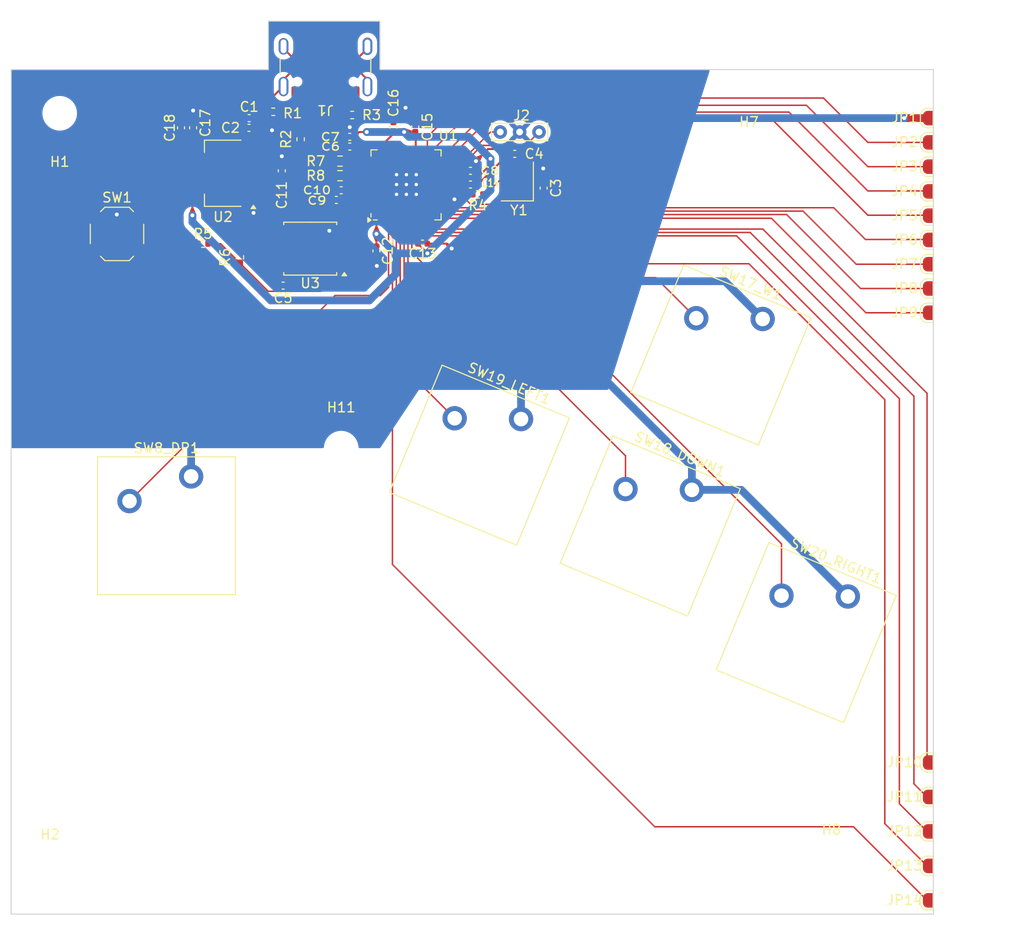
<source format=kicad_pcb>
(kicad_pcb (version 20240108) (generator "pcbnew") (generator_version "8.0")
  (layers (0 "F.Cu" signal) (31 "B.Cu" signal) (34 "B.Paste" user) (35 "F.Paste" user) (36 "B.SilkS" user "B.Silkscreen") (37 "F.SilkS" user "F.Silkscreen") (38 "B.Mask" user) (39 "F.Mask" user) (44 "Edge.Cuts" user))
  (net 0 "")
  (net 1 "VBUS")
  (net 2 "GND")
  (net 3 "+3.3V")
  (net 4 "Net-(C4-Pad2)")
  (net 5 "Net-(J1-SHIELD)")
  (net 6 "Net-(J1-CC2)")
  (net 7 "Net-(J1-CC1)")
  (net 14 "+1V1")
  (net 15 "Net-(R5-Pad1)")
  (net 16 "Net-(U1-USB_DM)")
  (net 17 "Net-(U1-USB_DP)")
  (net 18 "/Main/XIN")
  (net 19 "/Main/XOUT")
  (net 20 "/Main/QSPI_SS")
  (net 21 "/Main/D-")
  (net 22 "/Main/D+")
  (net 23 "/Main/SWCLK")
  (net 24 "/Main/SWDIO")
  (net 25 "/Main/QSPI_SD3")
  (net 26 "/Main/QSPI_SCLK")
  (net 27 "/Main/QSPI_SD0")
  (net 28 "/Main/QSPI_SD2")
  (net 29 "/Main/QSPI_SD1")
  (net 38 "/Main/S2")
  (net 39 "/Main/S1")
  (net 40 "/Main/A1")
  (net 41 "/Main/A2")
  (net 42 "/Main/L1")
  (net 43 "/Main/R1")
  (net 44 "/Main/B4")
  (net 45 "/Main/L3")
  (net 46 "/Main/B3")
  (net 47 "/Main/R2")
  (net 48 "/Main/B2")
  (net 49 "/Main/B1")
  (net 50 "/Main/SPACE")
  (net 51 "DOWN")
  (net 52 "RIGHT")
  (net 53 "LEFT")
  (net 54 "L2")
  (net 55 "W")
  (footprint "Fightstick_Library:EdgeSolderJumper-2_Left_Half" (layer "F.Cu") (at 196.07 99.93)
    (property "Reference" "JP11")
    (property "Value" "SolderJumper_2_Bridged")
  )
  (footprint "" (layer "F.Cu") (at 140.7 36.84)
    (property "Reference" "")
    (property "Value" "")
  )
  (footprint "MountingHole:MountingHole_3.2mm_M3" (layer "F.Cu") (at 177 34.6)
    (property "Reference" "H7")
    (property "Value" "MountingHole")
  )
  (footprint "Capacitor_SMD:C_0402_1005Metric" (layer "F.Cu") (at 155.852 37.208 -90)
    (property "Reference" "C3")
    (property "Value" "15p")
  )
  (footprint "Fightstick_Library:EdgeSolderJumper-2_Left_Half" (layer "F.Cu") (at 196.07 110.58)
    (property "Reference" "JP14")
    (property "Value" "SolderJumper_2_Bridged")
  )
  (footprint "Crystal:Crystal_SMD_3225-4Pin_3.2x2.5mm" (layer "F.Cu") (at 153.146 36.53 90)
    (property "Reference" "Y1")
    (property "Value" "12 mhz crystal")
  )
  (footprint "Button_Switch_SMD:SW_SPST_TL3342" (layer "F.Cu") (at 111.905 41.93)
    (property "Reference" "SW1")
    (property "Value" "Memory Reset")
  )
  (footprint "Capacitor_SMD:C_0402_1005Metric" (layer "F.Cu") (at 138.63 43.68 -90)
    (property "Reference" "C12")
    (property "Value" "100n")
  )
  (footprint "Resistor_SMD:R_0402_1005Metric" (layer "F.Cu") (at 130.822 32.178 -90)
    (property "Reference" "R2")
    (property "Value" "5.1K")
  )
  (footprint "" (layer "F.Cu") (at 141.716 37.856)
    (property "Reference" "")
    (property "Value" "")
  )
  (footprint "Capacitor_SMD:C_0402_1005Metric" (layer "F.Cu") (at 125.5 31)
    (property "Reference" "C2")
    (property "Value" "4.7u")
  )
  (footprint "Capacitor_SMD:C_0402_1005Metric" (layer "F.Cu") (at 148.32 35.43)
    (property "Reference" "C8")
    (property "Value" "100n")
  )
  (footprint "Fightstick_Library:EdgeSolderJumper-2_Left_Half" (layer "F.Cu") (at 196.07 32.5)
    (property "Reference" "JP2")
    (property "Value" "SolderJumper_2_Bridged")
  )
  (footprint "" (layer "F.Cu") (at 140.7 35.824)
    (property "Reference" "")
    (property "Value" "")
  )
  (footprint "Package_SO:SOIC-8_5.23x5.23mm_P1.27mm" (layer "F.Cu") (at 131.81 43.444 180)
    (property "Reference" "U3")
    (property "Value" "W25Q128JVSIQ")
  )
  (footprint "" (layer "F.Cu") (at 142.732 36.84)
    (property "Reference" "")
    (property "Value" "")
  )
  (footprint "Fightstick_Library:EdgeSolderJumper-2_Left_Half" (layer "F.Cu") (at 196.07 103.48)
    (property "Reference" "JP12")
    (property "Value" "SolderJumper_2_Bridged")
  )
  (footprint "PCM_kikit:Board" (layer "F.Cu") (at 114 25)
    (property "Reference" "B1")
    (property "Value" "Board")
  )
  (footprint "Capacitor_SMD:C_0402_1005Metric" (layer "F.Cu") (at 134.99875 37.43 180)
    (property "Reference" "C10")
    (property "Value" "100n")
  )
  (footprint "Capacitor_SMD:C_0402_1005Metric" (layer "F.Cu") (at 128.88 35.43 90)
    (property "Reference" "C11")
    (property "Value" "100n")
  )
  (footprint "Fightstick_Library:EdgeSolderJumper-2_Left_Half" (layer "F.Cu") (at 196.07 35)
    (property "Reference" "JP3")
    (property "Value" "SolderJumper_2_Bridged")
  )
  (footprint "PCM_Switch_Keyboard_Cherry_MX:SW_Cherry_MX_PCB" (layer "F.Cu") (at 117 71.991696)
    (property "Reference" "SW8_DP1")
    (property "Value" "SW_Push")
  )
  (footprint "MountingHole:MountingHole_3.2mm_M3" (layer "F.Cu") (at 185.5 107.5)
    (property "Reference" "H8")
    (property "Value" "MountingHole")
  )
  (footprint "" (layer "F.Cu") (at 142.732 35.824)
    (property "Reference" "")
    (property "Value" "")
  )
  (footprint "Capacitor_SMD:C_0402_1005Metric" (layer "F.Cu") (at 135.88 31.93 180)
    (property "Reference" "C7")
    (property "Value" "1u")
  )
  (footprint "PCM_Switch_Keyboard_Cherry_MX:SW_Cherry_MX_PCB_1.00u" (layer "F.Cu") (at 182.903943 83 -22.5)
    (property "Reference" "SW20_RIGHT1")
    (property "Value" "SW_Push")
  )
  (footprint "Resistor_SMD:R_0402_1005Metric" (layer "F.Cu") (at 120.761 42.936)
    (property "Reference" "R5")
    (property "Value" "1K")
  )
  (footprint "Capacitor_SMD:C_0402_1005Metric" (layer "F.Cu") (at 148.32 36.84)
    (property "Reference" "C14")
    (property "Value" "100n")
  )
  (footprint "Fightstick_Library:EdgeSolderJumper-2_Left_Half" (layer "F.Cu") (at 196.07 47.55)
    (property "Reference" "JP8")
    (property "Value" "SolderJumper_2_Bridged")
  )
  (footprint "Resistor_SMD:R_0402_1005Metric" (layer "F.Cu") (at 128 29.347)
    (property "Reference" "R1")
    (property "Value" "1M")
  )
  (footprint "PCM_Switch_Keyboard_Cherry_MX:SW_Cherry_MX_PCB_1.00u" (layer "F.Cu") (at 149.234867 64.724243 -22.5)
    (property "Reference" "SW19_LEFT1")
    (property "Value" "SW_Push")
  )
  (footprint "Fightstick_Library:USB_C_Receptacle_U262-161N-4BVC11" (layer "F.Cu") (at 133.38 23.68 180)
    (property "Reference" "J1")
    (property "Value" "USB_C_Receptacle_USB2.0_14P")
  )
  (footprint "MountingHole:MountingHole_3.2mm_M3" (layer "F.Cu") (at 135 64)
    (property "Reference" "H11")
    (property "Value" "MountingHole")
  )
  (footprint "" (layer "F.Cu") (at 142.732 37.856)
    (property "Reference" "")
    (property "Value" "")
  )
  (footprint "MountingHole:MountingHole_3.2mm_M3" (layer "F.Cu") (at 105 108)
    (property "Reference" "H2")
    (property "Value" "MountingHole")
  )
  (footprint "" (layer "F.Cu") (at 141.716 35.824)
    (property "Reference" "")
    (property "Value" "")
  )
  (footprint "" (layer "F.Cu") (at 141.716 36.84)
    (property "Reference" "")
    (property "Value" "")
  )
  (footprint "Resistor_SMD:R_0402_1005Metric" (layer "F.Cu") (at 149.08 37.856 180)
    (property "Reference" "R4")
    (property "Value" "1K")
  )
  (footprint "Resistor_SMD:R_0603_1608Metric" (layer "F.Cu") (at 134.88 34.43)
    (property "Reference" "R7")
    (property "Value" "27")
  )
  (footprint "Fightstick_Library:EdgeSolderJumper-2_Left_Half" (layer "F.Cu") (at 196.07 96.38)
    (property "Reference" "JP10")
    (property "Value" "SolderJumper_2_Bridged")
  )
  (footprint "PCM_Switch_Keyboard_Cherry_MX:SW_Cherry_MX_PCB_1.00u" (layer "F.Cu") (at 166.834772 72.014362 -22.5)
    (property "Reference" "SW18_DOWN1")
    (property "Value" "SW_Push")
  )
  (footprint "Resistor_SMD:R_0402_1005Metric_Pad0.72x0.64mm_HandSolder" (layer "F.Cu") (at 124.571 44.333 -90)
    (property "Reference" "R6")
    (property "Value" "DNF")
  )
  (footprint "Fightstick_Library:EdgeSolderJumper-2_Left_Half" (layer "F.Cu") (at 196.07 37.55)
    (property "Reference" "JP4")
    (property "Value" "SolderJumper_2_Bridged")
  )
  (footprint "Resistor_SMD:R_0603_1608Metric" (layer "F.Cu") (at 134.88 35.93)
    (property "Reference" "R8")
    (property "Value" "27")
  )
  (footprint "Capacitor_SMD:C_0402_1005Metric" (layer "F.Cu") (at 135.88 32.93 180)
    (property "Reference" "C6")
    (property "Value" "1u")
  )
  (footprint "Package_DFN_QFN:QFN-56-1EP_7x7mm_P0.4mm_EP3.2x3.2mm" (layer "F.Cu") (at 141.678 36.878 90)
    (property "Reference" "U1")
    (property "Value" "RP2040")
  )
  (footprint "Capacitor_SMD:C_0402_1005Metric" (layer "F.Cu") (at 118.5 31 90)
    (property "Reference" "C18")
    (property "Value" "4.7u")
  )
  (footprint "Package_TO_SOT_SMD:SOT-223-3_TabPin2" (layer "F.Cu") (at 122.822 35.678 180)
    (property "Reference" "U2")
    (property "Value" "AMS1117-3.3_SOT223")
  )
  (footprint "Fightstick_Library:EdgeSolderJumper-2_Left_Half" (layer "F.Cu") (at 196.07 42.55)
    (property "Reference" "JP6")
    (property "Value" "SolderJumper_2_Bridged")
  )
  (footprint "Fightstick_Library:Debug_Points" (layer "F.Cu") (at 154.68 31.43 180)
    (property "Reference" "J2")
    (property "Value" "Conn_01x03_Socket")
  )
  (footprint "Capacitor_SMD:C_0402_1005Metric" (layer "F.Cu") (at 125.52 30)
    (property "Reference" "C1")
    (property "Value" "4.7u")
  )
  (footprint "Fightstick_Library:EdgeSolderJumper-2_Left_Half" (layer "F.Cu") (at 196.07 30)
    (property "Reference" "JP1")
    (property "Value" "SolderJumper_2_Bridged")
  )
  (footprint "Capacitor_SMD:C_0402_1005Metric" (layer "F.Cu") (at 134.49875 38.43 180)
    (property "Reference" "C9")
    (property "Value" "100n")
  )
  (footprint "PCM_Switch_Keyboard_Cherry_MX:SW_Cherry_MX_PCB_1.00u" (layer "F.Cu") (at 174.124891 54.414457 -22.5)
    (property "Reference" "SW17_W1")
    (property "Value" "SW_Push")
  )
  (footprint "Capacitor_SMD:C_0402_1005Metric" (layer "F.Cu") (at 129.016 47.254)
    (property "Reference" "C5")
    (property "Value" "100n")
  )
  (footprint "Capacitor_SMD:C_0402_1005Metric" (layer "F.Cu") (at 152.88 33.68 180)
    (property "Reference" "C4")
    (property "Value" "15p")
  )
  (footprint "" (layer "F.Cu") (at 140.7 37.856)
    (property "Reference" "")
    (property "Value" "")
  )
  (footprint "Fightstick_Library:EdgeSolderJumper-2_Left_Half" (layer "F.Cu") (at 196.07 50.05)
    (property "Reference" "JP9")
    (property "Value" "SolderJumper_2_Bridged")
  )
  (footprint "Capacitor_SMD:C_0402_1005Metric" (layer "F.Cu") (at 140.38 30.93 90)
    (property "Reference" "C16")
    (property "Value" "100n")
  )
  (footprint "Fightstick_Library:EdgeSolderJumper-2_Left_Half" (layer "F.Cu") (at 196.07 40.05)
    (property "Reference" "JP5")
    (property "Value" "SolderJumper_2_Bridged")
  )
  (footprint "Capacitor_SMD:C_0402_1005Metric" (layer "F.Cu") (at 142.63 30.91 90)
    (property "Reference" "C15")
    (property "Value" "100n")
  )
  (footprint "Fightstick_Library:EdgeSolderJumper-2_Left_Half" (layer "F.Cu") (at 196.07 45.05)
    (property "Reference" "JP7")
    (property "Value" "SolderJumper_2_Bridged")
  )
  (footprint "Fightstick_Library:EdgeSolderJumper-2_Left_Half" (layer "F.Cu") (at 196.07 107.03)
    (property "Reference" "JP13")
    (property "Value" "SolderJumper_2_Bridged")
  )
  (footprint "Resistor_SMD:R_0402_1005Metric" (layer "F.Cu") (at 136.13 29.68)
    (property "Reference" "R3")
    (property "Value" "5.1K")
  )
  (footprint "Capacitor_SMD:C_0402_1005Metric" (layer "F.Cu") (at 143.38 42.93)
    (property "Reference" "C13")
    (property "Value" "100n")
  )
  (footprint "MountingHole:MountingHole_3.2mm_M3" (layer "F.Cu") (at 106 29.5)
    (property "Reference" "H1")
    (property "Value" "MountingHole")
  )
  (footprint "Capacitor_SMD:C_0402_1005Metric" (layer "F.Cu") (at 119.745 30.998 90)
    (property "Reference" "C17")
    (property "Value" "4.7u")
  )
  (gr_line (start 127.5 20) (end 139 20) (stroke (width 0.1)) (layer "Edge.Cuts"))
  (gr_line (start 127.5 25) (end 127.5 20) (stroke (width 0.1)) (layer "Edge.Cuts"))
  (gr_line (start 101 25) (end 127.5 25) (stroke (width 0.1)) (layer "Edge.Cuts"))
  (gr_line (start 196 25) (end 196 112) (stroke (width 0.1)) (layer "Edge.Cuts"))
  (gr_line (start 139 25) (end 196 25) (stroke (width 0.1)) (layer "Edge.Cuts"))
  (gr_line (start 196 112) (end 101 112) (stroke (width 0.1)) (layer "Edge.Cuts"))
  (gr_line (start 139 20) (end 139 25) (stroke (width 0.1)) (layer "Edge.Cuts"))
  (gr_line (start 101 112) (end 101 25) (stroke (width 0.1)) (layer "Edge.Cuts"))
  (segment (start 125.04 30) (end 125.04 30.98) (width 0.2) (layer "F.Cu") (net 1))
  (segment (start 130.98 26.86259) (end 130.98 27.315) (width 0.2) (layer "F.Cu") (net 1))
  (segment (start 134.564999 25.53) (end 132.31259 25.53) (width 0.2) (layer "F.Cu") (net 1))
  (segment (start 125.02 31) (end 125.02 32.426) (width 0.2) (layer "F.Cu") (net 1))
  (segment (start 126.302 33.048) (end 125.972 33.378) (width 0.2) (layer "F.Cu") (net 1))
  (segment (start 127.172 33.378) (end 130.98 29.57) (width 0.2) (layer "F.Cu") (net 1))
  (segment (start 125.972 33.378) (end 127.172 33.378) (width 0.2) (layer "F.Cu") (net 1))
  (segment (start 135.78 27.315) (end 135.78 26.745001) (width 0.2) (layer "F.Cu") (net 1))
  (segment (start 130.98 29.57) (end 130.98 27.4) (width 0.2) (layer "F.Cu") (net 1))
  (segment (start 135.78 26.745001) (end 134.564999 25.53) (width 0.2) (layer "F.Cu") (net 1))
  (segment (start 125.04 30.98) (end 125.02 31) (width 0.2) (layer "F.Cu") (net 1))
  (segment (start 125.02 32.426) (end 125.972 33.378) (width 0.2) (layer "F.Cu") (net 1))
  (segment (start 132.31259 25.53) (end 130.98 26.86259) (width 0.2) (layer "F.Cu") (net 1))
  (segment (start 128.51 30.615) (end 127.873 31.252) (width 0.2) (layer "F.Cu") (net 2))
  (segment (start 142.63 29.93) (end 141.63 28.93) (width 0.2) (layer "F.Cu") (net 2))
  (segment (start 125.98 31) (end 127.621 31) (width 0.2) (layer "F.Cu") (net 2))
  (segment (start 127.873 31.252) (end 130.18 28.945) (width 0.2) (layer "F.Cu") (net 2))
  (segment (start 143.86 42.93) (end 145.88 42.93) (width 0.2) (layer "F.Cu") (net 2))
  (segment (start 152.296 37.53) (end 153.996 35.83) (width 0.2) (layer "F.Cu") (net 2))
  (segment (start 132.38 37.93) (end 126.02 37.93) (width 0.2) (layer "F.Cu") (net 2))
  (segment (start 133.842 41.539) (end 135.41 41.539) (width 0.2) (layer "F.Cu") (net 2))
  (segment (start 135.4 31.93) (end 135.4 31.41) (width 0.2) (layer "F.Cu") (net 2))
  (segment (start 145.1155 37.878) (end 146.183 37.878) (width 0.2) (layer "F.Cu") (net 2))
  (segment (start 132.88 37.43) (end 132.38 37.93) (width 0.2) (layer "F.Cu") (net 2))
  (segment (start 132.88 38.43) (end 132.38 37.93) (width 0.2) (layer "F.Cu") (net 2))
  (segment (start 130.122 32.688) (end 130.822 32.688) (width 0.2) (layer "F.Cu") (net 2))
  (segment (start 119.905 30.678) (end 119.745 30.518) (width 0.2) (layer "F.Cu") (net 2))
  (segment (start 153.996 35.83) (end 153.996 35.43) (width 0.2) (layer "F.Cu") (net 2))
  (segment (start 133.7785 41.6025) (end 133.842 41.539) (width 0.2) (layer "F.Cu") (net 2))
  (segment (start 141.716 36.84) (end 141.64 36.84) (width 0.8) (layer "F.Cu") (net 2))
  (segment (start 136.64 30.17) (end 135.88 30.93) (width 0.2) (layer "F.Cu") (net 2))
  (segment (start 151.38 34.539999) (end 151.38 33.560025) (width 0.2) (layer "F.Cu") (net 2))
  (segment (start 128.88 33.93) (end 128.88 34.95) (width 0.2) (layer "F.Cu") (net 2))
  (segment (start 129.496 45.885) (end 129.496 47.254) (width 0.2) (layer "F.Cu") (net 2))
  (segment (start 151.007975 33.188) (end 150.122 33.188) (width 0.2) (layer "F.Cu") (net 2))
  (segment (start 133.7785 41.6025) (end 129.496 45.885) (width 0.2) (layer "F.Cu") (net 2))
  (segment (start 138.668 45.222) (end 138.668 44.198) (width 0.2) (layer "F.Cu") (net 2))
  (segment (start 111.755 40.055) (end 111.88 39.93) (width 0.15) (layer "F.Cu") (net 2))
  (segment (start 148.8 35.43) (end 148.8 34.51) (width 0.2) (layer "F.Cu") (net 2))
  (segment (start 141.64 36.84) (end 141.678 36.878) (width 0.8) (layer "F.Cu") (net 2))
  (segment (start 119.745 29.22) (end 119.745 30.518) (width 0.2) (layer "F.Cu") (net 2))
  (segment (start 125.968 39.761) (end 125.968 37.982) (width 0.2) (layer "F.Cu") (net 2))
  (segment (start 134.01875 38.43) (end 132.88 38.43) (width 0.2) (layer "F.Cu") (net 2))
  (segment (start 136.58 29.37) (end 136.64 29.43) (width 0.2) (layer "F.Cu") (net 2))
  (segment (start 141.716 36.916) (end 141.716 36.84) (width 0.8) (layer "F.Cu") (net 2))
  (segment (start 141.63 28.93) (end 140.38 30.18) (width 0.2) (layer "F.Cu") (net 2))
  (segment (start 138.668 44.198) (end 138.63 44.16) (width 0.2) (layer "F.Cu") (net 2))
  (segment (start 130.18 28.945) (end 130.18 27.4) (width 0.2) (layer "F.Cu") (net 2))
  (segment (start 140.38 30.18) (end 140.38 30.45) (width 0.2) (layer "F.Cu") (net 2))
  (segment (start 148.8 34.51) (end 148.88 34.43) (width 0.2) (layer "F.Cu") (net 2))
  (segment (start 155.813 35.189) (end 154.237 35.189) (width 0.2) (layer "F.Cu") (net 2))
  (segment (start 112.005 40.055) (end 114.905 40.055) (width 0.15) (layer "F.Cu") (net 2))
  (segment (start 155.813 35.189) (end 154.304 33.68) (width 0.2) (layer "F.Cu") (net 2))
  (segment (start 111.88 39.93) (end 112.005 40.055) (width 0.15) (layer "F.Cu") (net 2))
  (segment (start 155.852 36.728) (end 155.852 35.228) (width 0.2) (layer "F.Cu") (net 2))
  (segment (start 128.88 33.93) (end 130.122 32.688) (width 0.2) (layer "F.Cu") (net 2))
  (segment (start 128.51 29.347) (end 128.51 30.615) (width 0.2) (layer "F.Cu") (net 2))
  (segment (start 134.51875 37.43) (end 132.88 37.43) (width 0.2) (layer "F.Cu") (net 2))
  (segment (start 146.183 37.878) (end 146.669 38.364) (width 0.2) (layer "F.Cu") (net 2))
  (segment (start 151.38 33.560025) (end 151.007975 33.188) (width 0.2) (layer "F.Cu") (net 2))
  (segment (start 126.02 37.93) (end 125.972 37.978) (width 0.2) (layer "F.Cu") (net 2))
  (segment (start 136.58 27.4) (end 136.58 29.37) (width 0.2) (layer "F.Cu") (net 2))
  (segment (start 152.296 37.63) (end 152.296 37.73) (width 0.2) (layer "F.Cu") (net 2))
  (segment (start 142.63 30.43) (end 142.63 29.93) (width 0.2) (layer "F.Cu") (net 2))
  (segment (start 150.122 33.188) (end 148.88 34.43) (width 0.2) (layer "F.Cu") (net 2))
  (segment (start 152.296 37.63) (end 152.296 37.53) (width 0.2) (layer "F.Cu") (net 2))
  (segment (start 119.743 30.52) (end 119.745 30.518) (width 0.2) (layer "F.Cu") (net 2))
  (segment (start 193 30) (end 195.35 30) (width 0.8) (layer "F.Cu") (net 2))
  (segment (start 118.5 30.52) (end 119.743 30.52) (width 0.2) (layer "F.Cu") (net 2))
  (segment (start 148.8 36.84) (end 149.079999 36.84) (width 0.2) (layer "F.Cu") (net 2))
  (segment (start 126 30.98) (end 125.98 31) (width 0.2) (layer "F.Cu") (net 2))
  (segment (start 135.4 32.93) (end 135.4 31.93) (width 0.2) (layer "F.Cu") (net 2))
  (segment (start 155.852 35.228) (end 155.813 35.189) (width 0.2) (layer "F.Cu") (net 2))
  (segment (start 136.64 29.68) (end 136.64 30.17) (width 0.2) (layer "F.Cu") (net 2))
  (segment (start 154.237 35.189) (end 153.996 35.43) (width 0.2) (layer "F.Cu") (net 2))
  (segment (start 108.905 40.055) (end 111.755 40.055) (width 0.15) (layer "F.Cu") (net 2))
  (segment (start 145.88 42.93) (end 146.38 43.43) (width 0.2) (layer "F.Cu") (net 2))
  (segment (start 127.621 31) (end 127.873 31.252) (width 0.2) (layer "F.Cu") (net 2))
  (segment (start 125.968 37.982) (end 125.972 37.978) (width 0.2) (layer "F.Cu") (net 2))
  (segment (start 135.4 31.41) (end 135.88 30.93) (width 0.2) (layer "F.Cu") (net 2))
  (segment (start 149.079999 36.84) (end 151.38 34.539999) (width 0.2) (layer "F.Cu") (net 2))
  (segment (start 154.304 33.68) (end 153.36 33.68) (width 0.2) (layer "F.Cu") (net 2))
  (segment (start 126 30) (end 126 30.98) (width 0.2) (layer "F.Cu") (net 2))
  (via (at 148.88 34.43) (size 0.8) (drill 0.4) (layers "F.Cu" "B.Cu") (net 2))
  (via (at 155.813 35.189) (size 0.8) (drill 0.4) (layers "F.Cu" "B.Cu") (net 2))
  (via (at 141.63 28.93) (size 0.8) (drill 0.4) (layers "F.Cu" "B.Cu") (net 2))
  (via (at 135.88 30.93) (size 0.8) (drill 0.4) (layers "F.Cu" "B.Cu") (net 2))
  (via (at 193 30) (size 0.8) (drill 0.4) (layers "F.Cu" "B.Cu") (net 2))
  (via (at 111.88 39.93) (size 0.8) (drill 0.4) (layers "F.Cu" "B.Cu") (net 2))
  (via (at 119.745 29.22) (size 0.8) (drill 0.4) (layers "F.Cu" "B.Cu") (net 2))
  (via (at 133.7785 41.6025) (size 0.8) (drill 0.4) (layers "F.Cu" "B.Cu") (net 2))
  (via (at 125.968 39.761) (size 0.8) (drill 0.4) (layers "F.Cu" "B.Cu") (net 2))
  (via (at 128.88 33.93) (size 0.8) (drill 0.4) (layers "F.Cu" "B.Cu") (net 2))
  (via (at 127.873 31.252) (size 0.8) (drill 0.4) (layers "F.Cu" "B.Cu") (net 2))
  (via (at 146.38 43.43) (size 0.8) (drill 0.4) (layers "F.Cu" "B.Cu") (net 2))
  (via (at 138.668 45.222) (size 0.8) (drill 0.4) (layers "F.Cu" "B.Cu") (net 2))
  (via (at 146.669 38.364) (size 0.8) (drill 0.4) (layers "F.Cu" "B.Cu") (net 2))
  (segment (start 119.54 63.21) (end 119.75 63) (width 0.8) (layer "B.Cu") (net 2))
  (segment (start 153.525553 61.002951) (end 153.525553 54.224447) (width 0.8) (layer "B.Cu") (net 2))
  (segment (start 119.54 66.911696) (end 119.54 63.21) (width 0.8) (layer "B.Cu") (net 2))
  (segment (start 193 30) (end 170 30) (width 0.8) (layer "B.Cu") (net 2))
  (segment (start 153.525553 54.224447) (end 153.75 54) (width 0.8) (layer "B.Cu") (net 2))
  (segment (start 178.415577 50.693165) (end 174.522412 46.8) (width 0.8) (layer "B.Cu") (net 2))
  (segment (start 187.194629 79.278708) (end 176.208991 68.29307) (width 0.8) (layer "B.Cu") (net 2))
  (segment (start 171.125458 68.29307) (end 171.125458 65.875458) (width 0.8) (layer "B.Cu") (net 2))
  (segment (start 171.125458 65.875458) (end 159.25 54) (width 0.8) (layer "B.Cu") (net 2))
  (segment (start 174.522412 46.8) (end 165.2 46.8) (width 0.8) (layer "B.Cu") (net 2))
  (segment (start 176.208991 68.29307) (end 171.125458 68.29307) (width 0.8) (layer "B.Cu") (net 2))
  (segment (start 138.2405 36.278) (end 137.14 36.278) (width 0.2) (layer "F.Cu") (net 3))
  (segment (start 119.672 36.578) (end 119.672 35.678) (width 0.2) (layer "F.Cu") (net 3))
  (segment (start 136.86 31.43) (end 136.36 31.93) (width 0.2) (layer "F.Cu") (net 3))
  (segment (start 142.9 42.248) (end 142.678 42.026) (width 0.2) (layer "F.Cu") (net 3))
  (segment (start 119.672 35.678) (end 119.672 31.551) (width 0.2) (layer "F.Cu") (net 3))
  (segment (start 141.48 31.43) (end 140.36 31.43) (width 0.2) (layer "F.Cu") (net 3))
  (segment (start 134.86875 36.82) (end 129.79 36.82) (width 0.2) (layer "F.Cu") (net 3))
  (segment (start 118.5 31.48) (end 119.743 31.48) (width 0.2) (layer "F.Cu") (net 3))
  (segment (start 142.9 42.93) (end 142.9 42.248) (width 0.2) (layer "F.Cu") (net 3))
  (segment (start 137.14 36.278) (end 136.74 36.678) (width 0.2) (layer "F.Cu") (net 3))
  (segment (start 129.79 36.82) (end 128.88 35.91) (width 0.2) (layer "F.Cu") (net 3))
  (segment (start 126.1845 45.349) (end 128.21 45.349) (width 0.2) (layer "F.Cu") (net 3))
  (segment (start 119.672 40.015) (end 119.672 35.678) (width 0.2) (layer "F.Cu") (net 3))
  (segment (start 126.204 35.91) (end 125.972 35.678) (width 0.3) (layer "F.Cu") (net 3))
  (segment (start 139.078 32.90664) (end 139.078 33.4405) (width 0.2) (layer "F.Cu") (net 3))
  (segment (start 137.63 31.43) (end 136.86 31.43) (width 0.2) (layer "F.Cu") (net 3))
  (segment (start 140.36 31.43) (end 140.36 31.62464) (width 0.2) (layer "F.Cu") (net 3))
  (segment (start 119.672 35.678) (end 125.972 35.678) (width 0.8) (layer "F.Cu") (net 3))
  (segment (start 142.678 33.4405) (end 142.678 33.97436) (width 0.2) (layer "F.Cu") (net 3))
  (segment (start 124.571 43.7355) (end 126.1845 45.349) (width 0.2) (layer "F.Cu") (net 3))
  (segment (start 135.47875 37.43) (end 134.86875 36.82) (width 0.2) (layer "F.Cu") (net 3))
  (segment (start 143.91164 34.408) (end 144.58164 35.078) (width 0.2) (layer "F.Cu") (net 3))
  (segment (start 143.88 43.91) (end 142.9 42.93) (width 0.2) (layer "F.Cu") (net 3))
  (segment (start 138.2405 33.8105) (end 136.36 31.93) (width 0.2) (layer "F.Cu") (net 3))
  (segment (start 148.5 36.18) (end 147.84 36.84) (width 0.2) (layer "F.Cu") (net 3))
  (segment (start 147.678 36.678) (end 145.1155 36.678) (width 0.2) (layer "F.Cu") (net 3))
  (segment (start 119.743 31.48) (end 119.745 31.478) (width 0.2) (layer "F.Cu") (net 3))
  (segment (start 144.58164 35.078) (end 145.1155 35.078) (width 0.2) (layer "F.Cu") (net 3))
  (segment (start 143.11164 34.408) (end 143.91164 34.408) (width 0.2) (layer "F.Cu") (net 3))
  (segment (start 128.88 35.91) (end 126.204 35.91) (width 0.3) (layer "F.Cu") (net 3))
  (segment (start 124.571 41.477) (end 119.672 36.578) (width 0.2) (layer "F.Cu") (net 3))
  (segment (start 135.988 37.43) (end 135.47875 37.43) (width 0.2) (layer "F.Cu") (net 3))
  (segment (start 138.63 41.93) (end 138.63 40.7635) (width 0.2) (layer "F.Cu") (net 3))
  (segment (start 138.2405 34.678) (end 138.2405 34.278) (width 0.2) (layer "F.Cu") (net 3))
  (segment (start 141.52 31.39) (end 142.63 31.39) (width 0.2) (layer "F.Cu") (net 3))
  (segment (start 135.988 37.43) (end 136.74 36.678) (width 0.2) (layer "F.Cu") (net 3))
  (segment (start 150.38 34.786134) (end 148.986134 36.18) (width 0.2) (layer "F.Cu") (net 3))
  (segment (start 138.63 41.93) (end 138.63 42.968) (width 0.2) (layer "F.Cu") (net 3))
  (segment (start 143.88 43.93) (end 143.88 43.91) (width 0.2) (layer "F.Cu") (net 3))
  (segment (start 141.48 31.43) (end 141.52 31.39) (width 0.2) (layer "F.Cu") (net 3))
  (segment (start 136.74 36.678) (end 138.2405 36.678) (width 0.2) (layer "F.Cu") (net 3))
  (segment (start 138.2405 34.678) (end 138.2405 33.8105) (width 0.2) (layer "F.Cu") (net 3))
  (segment (start 147.84 36.84) (end 147.678 36.678) (width 0.2) (layer "F.Cu") (net 3))
  (segment (start 142.63 31.39) (end 142.678 31.438) (width 0.2) (layer "F.Cu") (net 3))
  (segment (start 138.63 42.968) (end 138.862 43.2) (width 0.2) (layer "F.Cu") (net 3))
  (segment (start 119.564 35.57) (end 119.672 35.678) (width 0.2) (layer "F.Cu") (net 3))
  (segment (start 124.571 43.7355) (end 124.571 41.477) (width 0.2) (layer "F.Cu") (net 3))
  (segment (start 128.21 45.349) (end 128.536 45.675) (width 0.2) (layer "F.Cu") (net 3))
  (segment (start 148.986134 36.18) (end 148.5 36.18) (width 0.2) (layer "F.Cu") (net 3))
  (segment (start 142.678 31.438) (end 142.678 33.4405) (width 0.2) (layer "F.Cu") (net 3))
  (segment (start 119.672 31.551) (end 119.745 31.478) (width 0.2) (layer "F.Cu") (net 3))
  (segment (start 142.678 33.97436) (end 143.11164 34.408) (width 0.2) (layer "F.Cu") (net 3))
  (segment (start 138.63 40.7635) (end 139.078 40.3155) (width 0.2) (layer "F.Cu") (net 3))
  (segment (start 142.678 42.026) (end 142.678 40.3155) (width 0.2) (layer "F.Cu") (net 3))
  (segment (start 128.536 45.675) (end 128.536 47.254) (width 0.2) (layer "F.Cu") (net 3))
  (segment (start 140.36 31.62464) (end 139.078 32.90664) (width 0.2) (layer "F.Cu") (net 3))
  (segment (start 150.38 34.18) (end 150.38 34.786134) (width 0.2) (layer "F.Cu") (net 3))
  (segment (start 126.33 35.678) (end 125.972 35.678) (width 0.2) (layer "F.Cu") (net 3))
  (segment (start 126.09 35.796) (end 125.972 35.678) (width 0.2) (layer "F.Cu") (net 3))
  (via (at 143.88 43.93) (size 0.8) (drill 0.4) (layers "F.Cu" "B.Cu") (net 3))
  (via (at 150.38 34.18) (size 0.8) (drill 0.4) (layers "F.Cu" "B.Cu") (net 3))
  (via (at 119.672 40.015) (size 0.8) (drill 0.4) (layers "F.Cu" "B.Cu") (net 3))
  (via (at 137.63 31.43) (size 0.8) (drill 0.4) (layers "F.Cu" "B.Cu") (net 3))
  (via (at 141.48 31.43) (size 0.8) (drill 0.4) (layers "F.Cu" "B.Cu") (net 3))
  (via (at 138.63 41.93) (size 0.8) (drill 0.4) (layers "F.Cu" "B.Cu") (net 3))
  (segment (start 119.672 40.704) (end 127.746 48.778) (width 0.8) (layer "B.Cu") (net 3))
  (segment (start 150.38 34.18) (end 150.38 37.43) (width 0.8) (layer "B.Cu") (net 3))
  (segment (start 140.63 43.93) (end 138.63 41.93) (width 0.8) (layer "B.Cu") (net 3))
  (segment (start 143.88 43.93) (end 140.63 43.93) (width 0.8) (layer "B.Cu") (net 3))
  (segment (start 119.672 40.015) (end 119.672 40.704) (width 0.8) (layer "B.Cu") (net 3))
  (segment (start 127.746 48.778) (end 137.906 48.778) (width 0.8) (layer "B.Cu") (net 3))
  (segment (start 141.98 31.93) (end 148.13 31.93) (width 0.8) (layer "B.Cu") (net 3))
  (segment (start 137.906 48.778) (end 140.63 46.054) (width 0.8) (layer "B.Cu") (net 3))
  (segment (start 141.48 31.43) (end 141.98 31.93) (width 0.8) (layer "B.Cu") (net 3))
  (segment (start 150.38 37.43) (end 143.88 43.93) (width 0.8) (layer "B.Cu") (net 3))
  (segment (start 141.48 31.43) (end 137.63 31.43) (width 0.8) (layer "B.Cu") (net 3))
  (segment (start 148.13 31.93) (end 150.38 34.18) (width 0.8) (layer "B.Cu") (net 3))
  (segment (start 140.63 46.054) (end 140.63 43.93) (width 0.8) (layer "B.Cu") (net 3))
  (segment (start 152.296 35.43) (end 149.87 37.856) (width 0.15) (layer "F.Cu") (net 4))
  (segment (start 152.4 35.326) (end 152.296 35.43) (width 0.15) (layer "F.Cu") (net 4))
  (segment (start 152.4 33.93) (end 152.4 35.326) (width 0.15) (layer "F.Cu") (net 4))
  (segment (start 149.87 37.856) (end 149.59 37.856) (width 0.15) (layer "F.Cu") (net 4))
  (segment (start 137.7 26.28) (end 137.7 26.03) (width 0.2) (layer "F.Cu") (net 5))
  (segment (start 137.7 22.83) (end 136.1 24.43) (width 0.2) (layer "F.Cu") (net 5))
  (segment (start 127.49 29.347) (end 127.49 28.265) (width 0.2) (layer "F.Cu") (net 5))
  (segment (start 129.06 26.03) (end 129.06 26.28) (width 0.2) (layer "F.Cu") (net 5))
  (segment (start 136.1 24.43) (end 130.66 24.43) (width 0.2) (layer "F.Cu") (net 5))
  (segment (start 130.66 24.43) (end 129.06 26.03) (width 0.2) (layer "F.Cu") (net 5))
  (segment (start 127.49 28.265) (end 129.06 26.695) (width 0.2) (layer "F.Cu") (net 5))
  (segment (start 137.7 22.1) (end 137.7 22.83) (width 0.2) (layer "F.Cu") (net 5))
  (segment (start 137.7 26.03) (end 136.1 24.43) (width 0.2) (layer "F.Cu") (net 5))
  (segment (start 129.06 22.1) (end 129.06 22.83) (width 0.2) (layer "F.Cu") (net 5))
  (segment (start 129.06 22.83) (end 130.66 24.43) (width 0.2) (layer "F.Cu") (net 5))
  (segment (start 131.63 30.86) (end 131.63 27.4) (width 0.2) (layer "F.Cu") (net 6))
  (segment (start 130.822 31.668) (end 131.63 30.86) (width 0.2) (layer "F.Cu") (net 6))
  (segment (start 135.62 29.68) (end 135.62 29.17) (width 0.15) (layer "F.Cu") (net 7))
  (segment (start 135.62 29.17) (end 134.63 28.18) (width 0.15) (layer "F.Cu") (net 7))
  (segment (start 134.63 28.18) (end 134.63 27.4) (width 0.15) (layer "F.Cu") (net 7))
  (segment (start 138.978 35.28164) (end 138.978 36.87436) (width 0.2) (layer "F.Cu") (net 14))
  (segment (start 135.553686 38.43) (end 136.905686 37.078) (width 0.2) (layer "F.Cu") (net 14))
  (segment (start 144.002 35.128) (end 144.002 35.82036) (width 0.2) (layer "F.Cu") (net 14))
  (segment (start 146.992 36.278) (end 147.84 35.43) (width 0.2) (layer "F.Cu") (net 14))
  (segment (start 138.77436 37.078) (end 138.2405 37.078) (width 0.2) (layer "F.Cu") (net 14))
  (segment (start 138.2405 35.078) (end 138.77436 35.078) (width 0.2) (layer "F.Cu") (net 14))
  (segment (start 137.70664 35.078) (end 136.36 33.73136) (width 0.2) (layer "F.Cu") (net 14))
  (segment (start 145.1155 36.278) (end 146.992 36.278) (width 0.2) (layer "F.Cu") (net 14))
  (segment (start 136.36 33.73136) (end 136.36 32.93) (width 0.2) (layer "F.Cu") (net 14))
  (segment (start 138.2405 35.078) (end 139.16 35.078) (width 0.2) (layer "F.Cu") (net 14))
  (segment (start 139.16 35.078) (end 139.43 34.808) (width 0.2) (layer "F.Cu") (net 14))
  (segment (start 135.553686 38.43) (end 134.97875 38.43) (width 0.2) (layer "F.Cu") (net 14))
  (segment (start 144.45964 36.278) (end 145.1155 36.278) (width 0.2) (layer "F.Cu") (net 14))
  (segment (start 144.002 35.82036) (end 144.45964 36.278) (width 0.2) (layer "F.Cu") (net 14))
  (segment (start 136.905686 37.078) (end 138.2405 37.078) (width 0.2) (layer "F.Cu") (net 14))
  (segment (start 143.682 34.808) (end 144.002 35.128) (width 0.2) (layer "F.Cu") (net 14))
  (segment (start 139.43 34.808) (end 143.682 34.808) (width 0.2) (layer "F.Cu") (net 14))
  (segment (start 138.77436 35.078) (end 138.978 35.28164) (width 0.2) (layer "F.Cu") (net 14))
  (segment (start 138.2405 35.078) (end 137.70664 35.078) (width 0.2) (layer "F.Cu") (net 14))
  (segment (start 138.978 36.87436) (end 138.77436 37.078) (width 0.2) (layer "F.Cu") (net 14))
  (segment (start 114.905 43.805) (end 119.382 43.805) (width 0.15) (layer "F.Cu") (net 15))
  (segment (start 114.905 43.805) (end 108.905 43.805) (width 0.15) (layer "F.Cu") (net 15))
  (segment (start 119.382 43.805) (end 120.251 42.936) (width 0.15) (layer "F.Cu") (net 15))
  (segment (start 120.245 42.93) (end 120.251 42.936) (width 0.15) (layer "F.Cu") (net 15))
  (segment (start 136.8405 35.478) (end 135.7925 34.43) (width 0.2) (layer "F.Cu") (net 16))
  (segment (start 138.2405 35.478) (end 136.8405 35.478) (width 0.2) (layer "F.Cu") (net 16))
  (segment (start 135.7925 34.43) (end 135.705 34.43) (width 0.2) (layer "F.Cu") (net 16))
  (segment (start 135.757 35.878) (end 135.705 35.93) (width 0.2) (layer "F.Cu") (net 17))
  (segment (start 138.2405 35.878) (end 135.757 35.878) (width 0.2) (layer "F.Cu") (net 17))
  (segment (start 154.238 37.688) (end 155.852 37.688) (width 0.15) (layer "F.Cu") (net 18))
  (segment (start 154.18 37.63) (end 154.238 37.688) (width 0.15) (layer "F.Cu") (net 18))
  (segment (start 153.996 37.63) (end 154.18 37.63) (width 0.15) (layer "F.Cu") (net 18))
  (segment (start 152.746 38.88) (end 148.339026 38.88) (width 0.15) (layer "F.Cu") (net 18))
  (segment (start 146.937026 37.478) (end 145.1155 37.478) (width 0.15) (layer "F.Cu") (net 18))
  (segment (start 153.996 37.63) (end 152.746 38.88) (width 0.15) (layer "F.Cu") (net 18))
  (segment (start 148.339026 38.88) (end 146.937026 37.478) (width 0.15) (layer "F.Cu") (net 18))
  (segment (start 147.032 37.078) (end 145.1155 37.078) (width 0.15) (layer "F.Cu") (net 19))
  (segment (start 147.81 37.856) (end 147.032 37.078) (width 0.15) (layer "F.Cu") (net 19))
  (segment (start 148.57 37.856) (end 147.81 37.856) (width 0.15) (layer "F.Cu") (net 19))
  (segment (start 135.41 45.349) (end 136.209999 45.349) (width 0.15) (layer "F.Cu") (net 20))
  (segment (start 137.652 40.0665) (end 138.2405 39.478) (width 0.15) (layer "F.Cu") (net 20))
  (segment (start 127.4795 47.839) (end 132.92 47.839) (width 0.15) (layer "F.Cu") (net 20))
  (segment (start 132.92 47.839) (end 135.41 45.349) (width 0.15) (layer "F.Cu") (net 20))
  (segment (start 122.5765 42.936) (end 124.571 44.9305) (width 0.15) (layer "F.Cu") (net 20))
  (segment (start 137.652 43.906999) (end 137.652 40.0665) (width 0.15) (layer "F.Cu") (net 20))
  (segment (start 136.209999 45.349) (end 137.652 43.906999) (width 0.15) (layer "F.Cu") (net 20))
  (segment (start 124.571 44.9305) (end 127.4795 47.839) (width 0.15) (layer "F.Cu") (net 20))
  (segment (start 121.271 42.936) (end 122.5765 42.936) (width 0.15) (layer "F.Cu") (net 20))
  (segment (start 133.99447 28.78188) (end 133.13 27.91741) (width 0.2) (layer "F.Cu") (net 21))
  (segment (start 134.13 34.355) (end 134.13 28.78188) (width 0.8) (layer "F.Cu") (net 21))
  (segment (start 134.13 26.88) (end 134.13 28.78188) (width 0.2) (layer "F.Cu") (net 21))
  (segment (start 133.13 27.78188) (end 133.13 26.88) (width 0.2) (layer "F.Cu") (net 21))
  (segment (start 134.13 28.78188) (end 133.99447 28.78188) (width 0.2) (layer "F.Cu") (net 21))
  (segment (start 133.13 27.91741) (end 133.13 27.315) (width 0.2) (layer "F.Cu") (net 21))
  (segment (start 134.055 34.43) (end 134.13 34.355) (width 0.8) (layer "F.Cu") (net 21))
  (segment (start 133.88 35.93) (end 132.63 34.68) (width 0.8) (layer "F.Cu") (net 22))
  (segment (start 133.63 26.25259) (end 133.30741 25.93) (width 0.2) (layer "F.Cu") (net 22))
  (segment (start 133.30741 25.93) (end 132.95259 25.93) (width 0.2) (layer "F.Cu") (net 22))
  (segment (start 132.63 34.68) (end 132.63 28.68) (width 0.8) (layer "F.Cu") (net 22))
  (segment (start 132.63 26.25259) (end 132.63 28.68) (width 0.2) (layer "F.Cu") (net 22))
  (segment (start 133.63 26.88) (end 133.63 26.25259) (width 0.2) (layer "F.Cu") (net 22))
  (segment (start 134.055 35.93) (end 133.88 35.93) (width 0.8) (layer "F.Cu") (net 22))
  (segment (start 132.95259 25.93) (end 132.63 26.25259) (width 0.2) (layer "F.Cu") (net 22))
  (segment (start 146.432 35.878) (end 145.1155 35.878) (width 0.15) (layer "F.Cu") (net 23))
  (segment (start 155.38 31.43) (end 153.997 32.813) (width 0.15) (layer "F.Cu") (net 23))
  (segment (start 153.997 32.813) (end 149.497 32.813) (width 0.15) (layer "F.Cu") (net 23))
  (segment (start 149.497 32.813) (end 146.432 35.878) (width 0.15) (layer "F.Cu") (net 23))
  (segment (start 145.1155 35.478) (end 146.337026 35.478) (width 0.15) (layer "F.Cu") (net 24))
  (segment (start 146.337026 35.478) (end 150.385026 31.43) (width 0.15) (layer "F.Cu") (net 24))
  (segment (start 150.385026 31.43) (end 151.38 31.43) (width 0.15) (layer "F.Cu") (net 24))
  (segment (start 128.065 39.696) (end 126.785 40.976) (width 0.15) (layer "F.Cu") (net 25))
  (segment (start 138.2405 37.478) (end 137.036016 37.478) (width 0.15) (layer "F.Cu") (net 25))
  (segment (start 126.785 42.864) (end 128 44.079) (width 0.15) (layer "F.Cu") (net 25))
  (segment (start 126.785 40.976) (end 126.785 42.864) (width 0.15) (layer "F.Cu") (net 25))
  (segment (start 134.818016 39.696) (end 128.065 39.696) (width 0.15) (layer "F.Cu") (net 25))
  (segment (start 137.036016 37.478) (end 134.818016 39.696) (width 0.15) (layer "F.Cu") (net 25))
  (segment (start 128 44.079) (end 128.21 44.079) (width 0.15) (layer "F.Cu") (net 25))
  (segment (start 127.410001 42.809) (end 128.21 42.809) (width 0.15) (layer "F.Cu") (net 26))
  (segment (start 137.243042 37.878) (end 135.075042 40.046) (width 0.15) (layer "F.Cu") (net 26))
  (segment (start 127.135 42.533999) (end 127.410001 42.809) (width 0.15) (layer "F.Cu") (net 26))
  (segment (start 127.135 41.134) (end 127.135 42.533999) (width 0.15) (layer "F.Cu") (net 26))
  (segment (start 138.2405 37.878) (end 137.243042 37.878) (width 0.15) (layer "F.Cu") (net 26))
  (segment (start 128.223 40.046) (end 127.135 41.134) (width 0.15) (layer "F.Cu") (net 26))
  (segment (start 135.075042 40.046) (end 128.223 40.046) (width 0.15) (layer "F.Cu") (net 26))
  (segment (start 129.353 40.396) (end 135.220016 40.396) (width 0.15) (layer "F.Cu") (net 27))
  (segment (start 135.220016 40.396) (end 137.338016 38.278) (width 0.15) (layer "F.Cu") (net 27))
  (segment (start 128.21 41.539) (end 129.353 40.396) (width 0.15) (layer "F.Cu") (net 27))
  (segment (start 137.338016 38.278) (end 138.2405 38.278) (width 0.15) (layer "F.Cu") (net 27))
  (segment (start 135.41 42.809) (end 136.209999 42.809) (width 0.15) (layer "F.Cu") (net 28))
  (segment (start 136.63 42.388999) (end 136.63 39.582) (width 0.15) (layer "F.Cu") (net 28))
  (segment (start 136.209999 42.809) (end 136.63 42.388999) (width 0.15) (layer "F.Cu") (net 28))
  (segment (start 137.534 38.678) (end 138.2405 38.678) (width 0.15) (layer "F.Cu") (net 28))
  (segment (start 136.63 39.582) (end 137.534 38.678) (width 0.15) (layer "F.Cu") (net 28))
  (segment (start 137.144 39.562974) (end 137.628974 39.078) (width 0.15) (layer "F.Cu") (net 29))
  (segment (start 137.628974 39.078) (end 138.2405 39.078) (width 0.15) (layer "F.Cu") (net 29))
  (segment (start 136.209999 44.079) (end 137.144 43.144999) (width 0.15) (layer "F.Cu") (net 29))
  (segment (start 135.41 44.079) (end 136.209999 44.079) (width 0.15) (layer "F.Cu") (net 29))
  (segment (start 137.144 43.144999) (end 137.144 39.562974) (width 0.15) (layer "F.Cu") (net 29))
  (segment (start 189.25 32.5) (end 195.35 32.5) (width 0.15) (layer "F.Cu") (net 38))
  (segment (start 143.878 33.4405) (end 143.878 31.932) (width 0.15) (layer "F.Cu") (net 38))
  (segment (start 147.88 27.93) (end 184.68 27.93) (width 0.15) (layer "F.Cu") (net 38))
  (segment (start 143.878 31.932) (end 147.88 27.93) (width 0.15) (layer "F.Cu") (net 38))
  (segment (start 184.68 27.93) (end 189.25 32.5) (width 0.15) (layer "F.Cu") (net 38))
  (segment (start 144.278 33.4405) (end 149.0385 28.68) (width 0.15) (layer "F.Cu") (net 39))
  (segment (start 189.25 35) (end 195.35 35) (width 0.15) (layer "F.Cu") (net 39))
  (segment (start 182.93 28.68) (end 189.25 35) (width 0.15) (layer "F.Cu") (net 39))
  (segment (start 149.0385 28.68) (end 182.93 28.68) (width 0.15) (layer "F.Cu") (net 39))
  (segment (start 181.13 29.38) (end 189.25 37.5) (width 0.15) (layer "F.Cu") (net 40))
  (segment (start 150.0135 29.38) (end 181.13 29.38) (width 0.15) (layer "F.Cu") (net 40))
  (segment (start 189.25 37.5) (end 195.3 37.5) (width 0.15) (layer "F.Cu") (net 40))
  (segment (start 145.1155 34.278) (end 150.0135 29.38) (width 0.15) (layer "F.Cu") (net 40))
  (segment (start 195.3 37.5) (end 195.35 37.55) (width 0.15) (layer "F.Cu") (net 40))
  (segment (start 195.3 40) (end 195.35 40.05) (width 0.15) (layer "F.Cu") (net 41))
  (segment (start 150.362006 29.93) (end 179.18 29.93) (width 0.15) (layer "F.Cu") (net 41))
  (segment (start 145.1155 34.678) (end 145.614006 34.678) (width 0.15) (layer "F.Cu") (net 41))
  (segment (start 179.18 29.93) (end 189.25 40) (width 0.15) (layer "F.Cu") (net 41))
  (segment (start 145.614006 34.678) (end 150.362006 29.93) (width 0.15) (layer "F.Cu") (net 41))
  (segment (start 189.25 40) (end 195.3 40) (width 0.15) (layer "F.Cu") (net 41))
  (segment (start 185.73 39.23) (end 146.392 39.23) (width 0.15) (layer "F.Cu") (net 42))
  (segment (start 189 42.5) (end 185.73 39.23) (width 0.15) (layer "F.Cu") (net 42))
  (segment (start 146.392 39.23) (end 145.84 38.678) (width 0.15) (layer "F.Cu") (net 42))
  (segment (start 145.84 38.678) (end 145.1155 38.678) (width 0.15) (layer "F.Cu") (net 42))
  (segment (start 195.3 42.5) (end 189 42.5) (width 0.15) (layer "F.Cu") (net 42))
  (segment (start 195.35 42.55) (end 195.3 42.5) (width 0.15) (layer "F.Cu") (net 42))
  (segment (start 188.05 45.05) (end 182.58 39.58) (width 0.15) (layer "F.Cu") (net 43))
  (segment (start 195.35 45.05) (end 188.05 45.05) (width 0.15) (layer "F.Cu") (net 43))
  (segment (start 182.58 39.58) (end 146.116006 39.58) (width 0.15) (layer "F.Cu") (net 43))
  (segment (start 146.116006 39.58) (end 145.614006 39.078) (width 0.15) (layer "F.Cu") (net 43))
  (segment (start 145.614006 39.078) (end 145.1155 39.078) (width 0.15) (layer "F.Cu") (net 43))
  (segment (start 145.5675 39.93) (end 145.1155 39.478) (width 0.15) (layer "F.Cu") (net 44))
  (segment (start 195.35 47.55) (end 188.5 47.55) (width 0.15) (layer "F.Cu") (net 44))
  (segment (start 188.5 47.55) (end 180.88 39.93) (width 0.15) (layer "F.Cu") (net 44))
  (segment (start 180.88 39.93) (end 145.5675 39.93) (width 0.15) (layer "F.Cu") (net 44))
  (segment (start 189.05 50.05) (end 179.3155 40.3155) (width 0.15) (layer "F.Cu") (net 45))
  (segment (start 195.35 50.05) (end 189.05 50.05) (width 0.15) (layer "F.Cu") (net 45))
  (segment (start 179.3155 40.3155) (end 144.278 40.3155) (width 0.15) (layer "F.Cu") (net 45))
  (segment (start 195.35 58.35) (end 178.43 41.43) (width 0.15) (layer "F.Cu") (net 46))
  (segment (start 195.35 96.38) (end 195.35 58.35) (width 0.15) (layer "F.Cu") (net 46))
  (segment (start 178.43 41.43) (end 144.493994 41.43) (width 0.15) (layer "F.Cu") (net 46))
  (segment (start 143.878 40.814006) (end 143.878 40.3155) (width 0.15) (layer "F.Cu") (net 46))
  (segment (start 144.493994 41.43) (end 143.878 40.814006) (width 0.15) (layer "F.Cu") (net 46))
  (segment (start 194 98.58) (end 194 58.65) (width 0.15) (layer "F.Cu") (net 47))
  (segment (start 195.35 99.93) (end 194 98.58) (width 0.15) (layer "F.Cu") (net 47))
  (segment (start 143.478 41.171003) (end 143.478 40.3155) (width 0.15) (layer "F.Cu") (net 47))
  (segment (start 177.13 41.78) (end 144.086997 41.78) (width 0.15) (layer "F.Cu") (net 47))
  (segment (start 194 58.65) (end 177.13 41.78) (width 0.15) (layer "F.Cu") (net 47))
  (segment (start 144.086997 41.78) (end 143.478 41.171003) (width 0.15) (layer "F.Cu") (net 47))
  (segment (start 195.35 103.48) (end 192.5 100.63) (width 0.15) (layer "F.Cu") (net 48))
  (segment (start 175.73 42.13) (end 143.58 42.13) (width 0.15) (layer "F.Cu") (net 48))
  (segment (start 192.5 58.9) (end 175.73 42.13) (width 0.15) (layer "F.Cu") (net 48))
  (segment (start 143.078 41.628) (end 143.078 40.3155) (width 0.15) (layer "F.Cu") (net 48))
  (segment (start 192.5 100.63) (end 192.5 58.9) (width 0.15) (layer "F.Cu") (net 48))
  (segment (start 143.58 42.13) (end 143.078 41.628) (width 0.15) (layer "F.Cu") (net 48))
  (segment (start 195.35 107.03) (end 191 102.68) (width 0.15) (layer "F.Cu") (net 49))
  (segment (start 142.278 43.828) (end 142.278 40.3155) (width 0.15) (layer "F.Cu") (net 49))
  (segment (start 143.45 45) (end 142.278 43.828) (width 0.15) (layer "F.Cu") (net 49))
  (segment (start 191 102.68) (end 191 59) (width 0.15) (layer "F.Cu") (net 49))
  (segment (start 191 59) (end 177 45) (width 0.15) (layer "F.Cu") (net 49))
  (segment (start 177 45) (end 143.45 45) (width 0.15) (layer "F.Cu") (net 49))
  (segment (start 187.77 103) (end 195.35 110.58) (width 0.15) (layer "F.Cu") (net 50))
  (segment (start 140.278 40.3155) (end 140.278 75.978) (width 0.15) (layer "F.Cu") (net 50))
  (segment (start 167.3 103) (end 187.77 103) (width 0.15) (layer "F.Cu") (net 50))
  (segment (start 140.278 75.978) (end 167.3 103) (width 0.15) (layer "F.Cu") (net 50))
  (segment (start 164.286807 64.786807) (end 149.128 49.628) (width 0.15) (layer "F.Cu") (net 51))
  (segment (start 164.286807 68.209684) (end 164.286807 64.786807) (width 0.15) (layer "F.Cu") (net 51))
  (segment (start 149.128 49.628) (end 143.69675 49.628) (width 0.15) (layer "F.Cu") (net 51))
  (segment (start 143.69675 49.628) (end 141.078 47.00925) (width 0.15) (layer "F.Cu") (net 51))
  (segment (start 141.078 47.00925) (end 141.078 40.3155) (width 0.15) (layer "F.Cu") (net 51))
  (segment (start 142.88 47.93) (end 141.478 46.528) (width 0.15) (layer "F.Cu") (net 52))
  (segment (start 180.355978 73.855978) (end 154.43 47.93) (width 0.15) (layer "F.Cu") (net 52))
  (segment (start 141.478 46.528) (end 141.478 40.3155) (width 0.15) (layer "F.Cu") (net 52))
  (segment (start 180.355978 79.195322) (end 180.355978 73.855978) (width 0.15) (layer "F.Cu") (net 52))
  (segment (start 154.43 47.93) (end 142.88 47.93) (width 0.15) (layer "F.Cu") (net 52))
  (segment (start 140.678 54.910663) (end 146.686902 60.919565) (width 0.15) (layer "F.Cu") (net 53))
  (segment (start 140.678 40.3155) (end 140.678 54.910663) (width 0.15) (layer "F.Cu") (net 53))
  (segment (start 113.19 69.451696) (end 134.371696 48.27) (width 0.15) (layer "F.Cu") (net 54))
  (segment (start 134.371696 48.27) (end 139.04 48.27) (width 0.15) (layer "F.Cu") (net 54))
  (segment (start 139.878 47.432) (end 139.878 40.3155) (width 0.15) (layer "F.Cu") (net 54))
  (segment (start 139.04 48.27) (end 139.878 47.432) (width 0.15) (layer "F.Cu") (net 54))
  (segment (start 143.49875 46.43) (end 141.878 44.80925) (width 0.15) (layer "F.Cu") (net 55))
  (segment (start 141.878 44.80925) (end 141.878 40.3155) (width 0.15) (layer "F.Cu") (net 55))
  (segment (start 171.576926 50.609779) (end 167.397147 46.43) (width 0.15) (layer "F.Cu") (net 55))
  (segment (start 167.397147 46.43) (end 143.49875 46.43) (width 0.15) (layer "F.Cu") (net 55))
  (zone (net 2) (net_name "GND") (layer "B.Cu") (connect_pads (clearance 0.5)) (min_thickness 0.25) (fill yes (thermal_gap 0.5) (thermal_bridge_width 0.5))
    (polygon (pts (xy 127.5 20) (xy 127.5 25) (xy 101 25) (xy 101 64) (xy 139 64) (xy 143 58) (xy 162.5 58) (xy 173 25) (xy 139 25) (xy 139 20)))
  )
)
</source>
